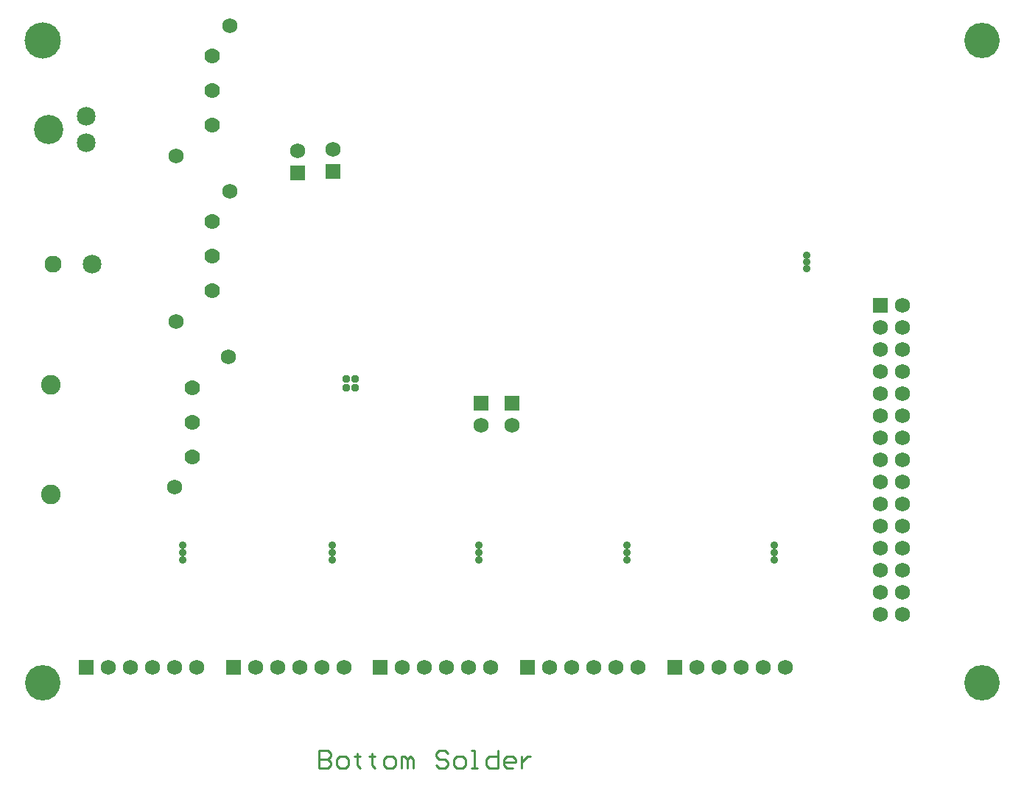
<source format=gbs>
G04 Layer_Color=16711935*
%FSTAX25Y25*%
%MOIN*%
G70*
G01*
G75*
%ADD11C,0.07000*%
%ADD44C,0.01000*%
%ADD99C,0.03500*%
%ADD150C,0.06906*%
%ADD151R,0.06906X0.06906*%
%ADD152C,0.06900*%
%ADD153C,0.08880*%
%ADD154C,0.08487*%
%ADD155C,0.07700*%
%ADD156C,0.13211*%
%ADD157C,0.08500*%
%ADD158C,0.16400*%
%ADD159C,0.16000*%
%ADD160R,0.06906X0.06906*%
%ADD161C,0.03700*%
D11*
X01852Y02217D02*
D03*
Y02374D02*
D03*
Y02531D02*
D03*
X01943Y02969D02*
D03*
Y03126D02*
D03*
Y03283D02*
D03*
Y03719D02*
D03*
Y03876D02*
D03*
Y04033D02*
D03*
D44*
X024245Y008074D02*
X0246449D01*
X0247782Y0082073D01*
Y0083406D01*
X0246449Y0084739D01*
X024245D01*
X0246449D01*
X0247782Y0086072D01*
Y0087405D01*
X0246449Y0088738D01*
X024245D01*
Y008074D01*
X025178D02*
X0254446D01*
X0255779Y0082073D01*
Y0084739D01*
X0254446Y0086072D01*
X025178D01*
X0250447Y0084739D01*
Y0082073D01*
X025178Y008074D01*
X0258445Y0086072D02*
X0261111D01*
X0259778D01*
X0258445D01*
X0259778D02*
Y0082073D01*
X0261111Y008074D01*
X0266442Y0082073D02*
X0267775Y008074D01*
X0266442Y0082073D02*
Y0086072D01*
X0265109D01*
X0267775D01*
X0266442D01*
Y0087405D01*
X0259778D02*
Y0086072D01*
X0271774Y0084739D02*
Y0082073D01*
X0273107Y008074D01*
X0275773D01*
X0277105Y0082073D01*
Y0084739D01*
X0275773Y0086072D01*
X0273107D01*
X0271774Y0084739D01*
X0279771Y0086072D02*
X0281104D01*
X0282437Y0084739D01*
Y008074D01*
Y0084739D01*
X028377Y0086072D01*
X0285103Y0084739D01*
Y008074D01*
X0279771D02*
Y0086072D01*
X0295766D02*
X0297099Y0084739D01*
X0299765D01*
X0301098Y0083406D01*
Y0082073D01*
X0299765Y008074D01*
X0297099D01*
X0295766Y0082073D01*
Y0086072D02*
Y0087405D01*
X0297099Y0088738D01*
X0299765D01*
X0301098Y0087405D01*
X0305096Y0086072D02*
X0303763Y0084739D01*
Y0082073D01*
X0305096Y008074D01*
X0307762D01*
X0309095Y0082073D01*
Y0084739D01*
X0307762Y0086072D01*
X0305096D01*
X0311761Y0088738D02*
X0313094D01*
Y008074D01*
X0314427D01*
X0311761D01*
X0319758D02*
X0318425Y0082073D01*
Y0084739D01*
X0319758Y0086072D01*
X0323757D01*
Y0088738D02*
Y008074D01*
X0319758D01*
X0327756D02*
X0326423Y0082073D01*
Y0084739D01*
X0327756Y0086072D01*
X0330421D01*
X0331754Y0084739D01*
Y0083406D01*
X0326423D01*
X0327756Y008074D02*
X0330421D01*
X033442D02*
Y0083406D01*
X0335753Y0084739D01*
X0337086Y0086072D01*
X0338419D01*
X033442D02*
Y008074D01*
D99*
X0181Y0175154D02*
D03*
Y01785D02*
D03*
Y0181748D02*
D03*
X02485D02*
D03*
Y01785D02*
D03*
Y0175154D02*
D03*
X0315D02*
D03*
Y01785D02*
D03*
Y0181748D02*
D03*
X0382D02*
D03*
Y01785D02*
D03*
Y0175154D02*
D03*
X04485D02*
D03*
Y01785D02*
D03*
Y0181748D02*
D03*
X04634Y0307D02*
D03*
Y031D02*
D03*
Y0313D02*
D03*
D150*
X014725Y01265D02*
D03*
X015725D02*
D03*
X016725D02*
D03*
X017725D02*
D03*
X018725D02*
D03*
X0213812D02*
D03*
X0223813D02*
D03*
X0233812D02*
D03*
X0243812D02*
D03*
X0253813D02*
D03*
X0280375D02*
D03*
X0290375D02*
D03*
X0300375D02*
D03*
X0310375D02*
D03*
X0320375D02*
D03*
X0346937D02*
D03*
X0356938D02*
D03*
X0366937D02*
D03*
X0376938D02*
D03*
X0386937D02*
D03*
X04135D02*
D03*
X04235D02*
D03*
X04335D02*
D03*
X04435D02*
D03*
X04535D02*
D03*
X04965Y01505D02*
D03*
X05065D02*
D03*
Y01605D02*
D03*
X04965D02*
D03*
Y01705D02*
D03*
X05065D02*
D03*
Y01805D02*
D03*
X04965D02*
D03*
Y01905D02*
D03*
X05065D02*
D03*
Y02005D02*
D03*
X04965D02*
D03*
Y02105D02*
D03*
X05065D02*
D03*
Y02205D02*
D03*
X04965D02*
D03*
Y02305D02*
D03*
X05065D02*
D03*
Y02405D02*
D03*
X04965D02*
D03*
Y02505D02*
D03*
X05065D02*
D03*
Y02605D02*
D03*
X04965D02*
D03*
Y02705D02*
D03*
X05065D02*
D03*
Y02805D02*
D03*
X04965D02*
D03*
X05065Y02905D02*
D03*
X033Y0236D02*
D03*
X0316D02*
D03*
X0249Y0361D02*
D03*
X0233Y03605D02*
D03*
D151*
X0316Y0246D02*
D03*
X033D02*
D03*
X0249Y0351D02*
D03*
X0233Y03505D02*
D03*
X04965Y02905D02*
D03*
D152*
X01773Y0208D02*
D03*
X02017Y0267D02*
D03*
X01778Y0283D02*
D03*
X02022Y0342D02*
D03*
X01778Y0358D02*
D03*
X02022Y0417D02*
D03*
D153*
X0121362Y0204697D02*
D03*
Y0254303D02*
D03*
D154*
X01399Y03092D02*
D03*
D155*
X01222Y03092D02*
D03*
D156*
X01202Y037D02*
D03*
D157*
X0137228Y0364094D02*
D03*
Y0375905D02*
D03*
D158*
X01175Y0410501D02*
D03*
D159*
X01175Y01195D02*
D03*
X05425Y0119501D02*
D03*
Y0410501D02*
D03*
D160*
X013725Y01265D02*
D03*
X0203813D02*
D03*
X0270375D02*
D03*
X0336937D02*
D03*
X04035D02*
D03*
D161*
X0254933Y0252933D02*
D03*
Y0257067D02*
D03*
X0259067D02*
D03*
Y0252933D02*
D03*
M02*

</source>
